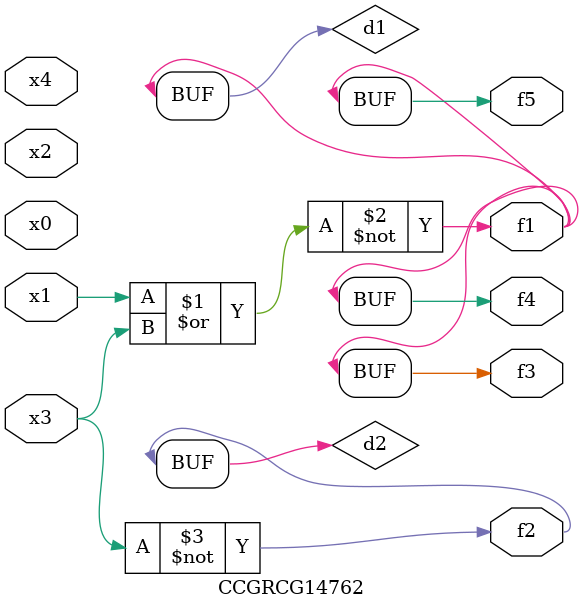
<source format=v>
module CCGRCG14762(
	input x0, x1, x2, x3, x4,
	output f1, f2, f3, f4, f5
);

	wire d1, d2;

	nor (d1, x1, x3);
	not (d2, x3);
	assign f1 = d1;
	assign f2 = d2;
	assign f3 = d1;
	assign f4 = d1;
	assign f5 = d1;
endmodule

</source>
